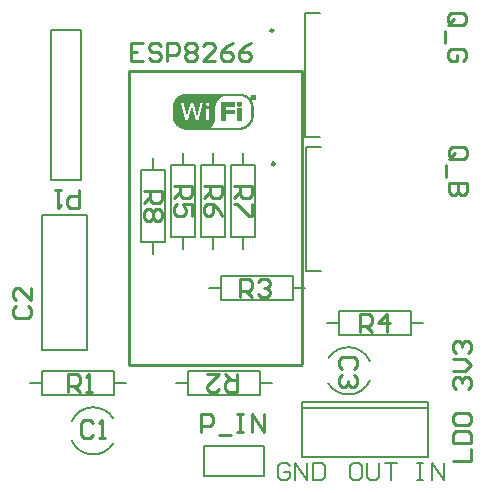
<source format=gto>
%FSLAX25Y25*%
%MOIN*%
G70*
G01*
G75*
G04 Layer_Color=65535*
%ADD10R,0.36221X0.42126*%
%ADD11R,0.10630X0.04331*%
%ADD12C,0.02000*%
%ADD13C,0.02500*%
%ADD14C,0.03937*%
%ADD15C,0.10000*%
%ADD16C,0.05000*%
%ADD17C,0.01000*%
%ADD18R,0.06299X0.06299*%
%ADD19C,0.06299*%
%ADD20C,0.04724*%
%ADD21C,0.05315*%
%ADD22R,0.05315X0.05315*%
%ADD23C,0.06000*%
%ADD24R,0.06000X0.06000*%
%ADD25C,0.05512*%
%ADD26R,0.05906X0.05906*%
%ADD27C,0.05906*%
%ADD28R,0.05906X0.05906*%
%ADD29C,0.05000*%
%ADD30C,0.00787*%
%ADD31C,0.00984*%
%ADD32C,0.00050*%
%ADD33C,0.00591*%
D17*
X42000Y39100D02*
Y137000D01*
X99500D01*
Y39400D02*
Y137000D01*
X99200Y39100D02*
X99500Y39400D01*
X42000Y39100D02*
X99200D01*
X150002Y7000D02*
X156000D01*
Y10999D01*
X150002Y12998D02*
X156000D01*
Y15997D01*
X155000Y16997D01*
X151002D01*
X150002Y15997D01*
Y12998D01*
Y21995D02*
Y19996D01*
X151002Y18996D01*
X155000D01*
X156000Y19996D01*
Y21995D01*
X155000Y22995D01*
X151002D01*
X150002Y21995D01*
X151002Y30992D02*
X150002Y31992D01*
Y33991D01*
X151002Y34991D01*
X152001D01*
X153001Y33991D01*
Y32992D01*
Y33991D01*
X154001Y34991D01*
X155000D01*
X156000Y33991D01*
Y31992D01*
X155000Y30992D01*
X150002Y36990D02*
X154001D01*
X156000Y38990D01*
X154001Y40989D01*
X150002D01*
X151002Y42988D02*
X150002Y43988D01*
Y45987D01*
X151002Y46987D01*
X152001D01*
X153001Y45987D01*
Y44988D01*
Y45987D01*
X154001Y46987D01*
X155000D01*
X156000Y45987D01*
Y43988D01*
X155000Y42988D01*
X4252Y58549D02*
X3252Y57549D01*
Y55550D01*
X4252Y54550D01*
X8250D01*
X9250Y55550D01*
Y57549D01*
X8250Y58549D01*
X9250Y64547D02*
Y60548D01*
X5251Y64547D01*
X4252D01*
X3252Y63547D01*
Y61548D01*
X4252Y60548D01*
X46449Y146448D02*
X42450D01*
Y140450D01*
X46449D01*
X42450Y143449D02*
X44449D01*
X52447Y145448D02*
X51447Y146448D01*
X49448D01*
X48448Y145448D01*
Y144449D01*
X49448Y143449D01*
X51447D01*
X52447Y142449D01*
Y141450D01*
X51447Y140450D01*
X49448D01*
X48448Y141450D01*
X54446Y140450D02*
Y146448D01*
X57445D01*
X58445Y145448D01*
Y143449D01*
X57445Y142449D01*
X54446D01*
X60444Y145448D02*
X61444Y146448D01*
X63443D01*
X64443Y145448D01*
Y144449D01*
X63443Y143449D01*
X64443Y142449D01*
Y141450D01*
X63443Y140450D01*
X61444D01*
X60444Y141450D01*
Y142449D01*
X61444Y143449D01*
X60444Y144449D01*
Y145448D01*
X61444Y143449D02*
X63443D01*
X70441Y140450D02*
X66442D01*
X70441Y144449D01*
Y145448D01*
X69441Y146448D01*
X67442D01*
X66442Y145448D01*
X76439Y146448D02*
X74440Y145448D01*
X72440Y143449D01*
Y141450D01*
X73440Y140450D01*
X75439D01*
X76439Y141450D01*
Y142449D01*
X75439Y143449D01*
X72440D01*
X82437Y146448D02*
X80438Y145448D01*
X78438Y143449D01*
Y141450D01*
X79438Y140450D01*
X81437D01*
X82437Y141450D01*
Y142449D01*
X81437Y143449D01*
X78438D01*
X29999Y19498D02*
X28999Y20498D01*
X27000D01*
X26000Y19498D01*
Y15500D01*
X27000Y14500D01*
X28999D01*
X29999Y15500D01*
X31998Y14500D02*
X33997D01*
X32998D01*
Y20498D01*
X31998Y19498D01*
X116998Y37501D02*
X117998Y38501D01*
Y40500D01*
X116998Y41500D01*
X113000D01*
X112000Y40500D01*
Y38501D01*
X113000Y37501D01*
X116998Y35502D02*
X117998Y34502D01*
Y32503D01*
X116998Y31503D01*
X115999D01*
X114999Y32503D01*
Y33503D01*
Y32503D01*
X113999Y31503D01*
X113000D01*
X112000Y32503D01*
Y34502D01*
X113000Y35502D01*
X25350Y97150D02*
Y91152D01*
X22351D01*
X21351Y92152D01*
Y94151D01*
X22351Y95151D01*
X25350D01*
X19352Y97150D02*
X17353D01*
X18352D01*
Y91152D01*
X19352Y92152D01*
X66000Y16500D02*
Y22498D01*
X68999D01*
X69999Y21498D01*
Y19499D01*
X68999Y18499D01*
X66000D01*
X71998Y15500D02*
X75997D01*
X77996Y22498D02*
X79996D01*
X78996D01*
Y16500D01*
X77996D01*
X79996D01*
X82995D02*
Y22498D01*
X86993Y16500D01*
Y22498D01*
X149650Y107651D02*
X153648D01*
X154648Y108651D01*
Y110650D01*
X153648Y111650D01*
X149650D01*
X148650Y110650D01*
Y108651D01*
X150649Y109651D02*
X148650Y107651D01*
Y108651D02*
X149650Y107651D01*
X147650Y105652D02*
Y101653D01*
X154648Y99654D02*
X148650D01*
Y96655D01*
X149650Y95655D01*
X150649D01*
X151649Y96655D01*
Y99654D01*
Y96655D01*
X152649Y95655D01*
X153648D01*
X154648Y96655D01*
Y99654D01*
X149150Y152151D02*
X153148D01*
X154148Y153151D01*
Y155150D01*
X153148Y156150D01*
X149150D01*
X148150Y155150D01*
Y153151D01*
X150149Y154151D02*
X148150Y152151D01*
Y153151D02*
X149150Y152151D01*
X147150Y150152D02*
Y146153D01*
X153148Y140155D02*
X154148Y141155D01*
Y143154D01*
X153148Y144154D01*
X149150D01*
X148150Y143154D01*
Y141155D01*
X149150Y140155D01*
X151149D01*
Y142155D01*
X21500Y30000D02*
Y35998D01*
X24499D01*
X25499Y34998D01*
Y32999D01*
X24499Y31999D01*
X21500D01*
X23499D02*
X25499Y30000D01*
X27498D02*
X29497D01*
X28498D01*
Y35998D01*
X27498Y34998D01*
X78000Y36000D02*
Y30002D01*
X75001D01*
X74001Y31002D01*
Y33001D01*
X75001Y34001D01*
X78000D01*
X76001D02*
X74001Y36000D01*
X68003D02*
X72002D01*
X68003Y32001D01*
Y31002D01*
X69003Y30002D01*
X71002D01*
X72002Y31002D01*
X79000Y61500D02*
Y67498D01*
X81999D01*
X82999Y66498D01*
Y64499D01*
X81999Y63499D01*
X79000D01*
X80999D02*
X82999Y61500D01*
X84998Y66498D02*
X85998Y67498D01*
X87997D01*
X88997Y66498D01*
Y65499D01*
X87997Y64499D01*
X86997D01*
X87997D01*
X88997Y63499D01*
Y62500D01*
X87997Y61500D01*
X85998D01*
X84998Y62500D01*
X119000Y50000D02*
Y55998D01*
X121999D01*
X122999Y54998D01*
Y52999D01*
X121999Y51999D01*
X119000D01*
X120999D02*
X122999Y50000D01*
X127997D02*
Y55998D01*
X124998Y52999D01*
X128997D01*
X57000Y98500D02*
X62998D01*
Y95501D01*
X61998Y94501D01*
X59999D01*
X58999Y95501D01*
Y98500D01*
Y96501D02*
X57000Y94501D01*
X62998Y88503D02*
Y92502D01*
X59999D01*
X60999Y90503D01*
Y89503D01*
X59999Y88503D01*
X58000D01*
X57000Y89503D01*
Y91502D01*
X58000Y92502D01*
X67000Y98500D02*
X72998D01*
Y95501D01*
X71998Y94501D01*
X69999D01*
X68999Y95501D01*
Y98500D01*
Y96501D02*
X67000Y94501D01*
X72998Y88503D02*
X71998Y90503D01*
X69999Y92502D01*
X68000D01*
X67000Y91502D01*
Y89503D01*
X68000Y88503D01*
X68999D01*
X69999Y89503D01*
Y92502D01*
X77000Y98500D02*
X82998D01*
Y95501D01*
X81998Y94501D01*
X79999D01*
X78999Y95501D01*
Y98500D01*
Y96501D02*
X77000Y94501D01*
X82998Y92502D02*
Y88503D01*
X81998D01*
X78000Y92502D01*
X77000D01*
X47000Y97000D02*
X52998D01*
Y94001D01*
X51998Y93001D01*
X49999D01*
X48999Y94001D01*
Y97000D01*
Y95001D02*
X47000Y93001D01*
X51998Y91002D02*
X52998Y90002D01*
Y88003D01*
X51998Y87003D01*
X50999D01*
X49999Y88003D01*
X48999Y87003D01*
X48000D01*
X47000Y88003D01*
Y90002D01*
X48000Y91002D01*
X48999D01*
X49999Y90002D01*
X50999Y91002D01*
X51998D01*
X49999Y90002D02*
Y88003D01*
D30*
X22839Y13726D02*
G03*
X36640Y12768I7161J3274D01*
G01*
Y21232D02*
G03*
X22839Y20274I-6640J-4232D01*
G01*
X108360Y32768D02*
G03*
X122161Y33726I6640J4232D01*
G01*
Y40274D02*
G03*
X108360Y41232I-7161J-3274D01*
G01*
X99437Y24752D02*
X141563D01*
X99437Y26720D02*
X141563D01*
X99437Y8217D02*
X141563D01*
X99437D02*
Y26720D01*
X141563Y8217D02*
Y26720D01*
X13000Y89000D02*
X28000D01*
Y44000D02*
Y89000D01*
X13000Y44000D02*
X28000D01*
X13000D02*
Y89000D01*
X100567Y114831D02*
X105488D01*
X100567D02*
Y156169D01*
X105488D01*
X101067Y70331D02*
X105988D01*
X101067D02*
Y111669D01*
X105988D01*
X60000Y77500D02*
Y81500D01*
Y105500D02*
Y109500D01*
X56000Y81500D02*
Y105500D01*
Y81500D02*
X64000D01*
Y105500D01*
X56000D02*
X64000D01*
X70000Y77500D02*
Y81500D01*
Y105500D02*
Y109500D01*
X66000Y81500D02*
Y105500D01*
Y81500D02*
X74000D01*
Y105500D01*
X66000D02*
X74000D01*
X80000Y77500D02*
Y81500D01*
Y105500D02*
Y109500D01*
X76000Y81500D02*
Y105500D01*
Y81500D02*
X84000D01*
Y105500D01*
X76000D02*
X84000D01*
X50000Y76000D02*
Y80000D01*
Y104000D02*
Y108000D01*
X46000Y80000D02*
Y104000D01*
Y80000D02*
X54000D01*
Y104000D01*
X46000D02*
X54000D01*
X37000Y33000D02*
X41000D01*
X9000D02*
X13000D01*
Y29000D02*
X37000D01*
Y37000D01*
X13000D02*
X37000D01*
X13000Y29000D02*
Y37000D01*
X57500Y33000D02*
X61500D01*
X85500D02*
X89500D01*
X61500Y37000D02*
X85500D01*
X61500Y29000D02*
Y37000D01*
Y29000D02*
X85500D01*
Y37000D01*
X68500Y64500D02*
X72500D01*
X96500D02*
X100500D01*
X72500Y68500D02*
X96500D01*
X72500Y60500D02*
Y68500D01*
Y60500D02*
X96500D01*
Y68500D01*
X108000Y53000D02*
X112000D01*
X136000D02*
X140000D01*
X112000Y57000D02*
X136000D01*
X112000Y49000D02*
Y57000D01*
Y49000D02*
X136000D01*
Y57000D01*
X16000Y100500D02*
X26000D01*
X16000D02*
Y150500D01*
X26000Y100500D02*
Y150500D01*
X16000D02*
X26000D01*
X67000Y12000D02*
X87000D01*
X67000Y2000D02*
Y12000D01*
Y2000D02*
X87000D01*
Y12000D01*
D31*
X89992Y150500D02*
G03*
X89992Y150500I-492J0D01*
G01*
X90492Y106000D02*
G03*
X90492Y106000I-492J0D01*
G01*
D32*
X60554Y117709D02*
X79054D01*
X60204Y117759D02*
X79454D01*
X59954Y117809D02*
X79654D01*
X59754Y117859D02*
X79854D01*
X59604Y117909D02*
X80004D01*
X59454Y117959D02*
X80154D01*
X59304Y118009D02*
X80304D01*
X59204Y118059D02*
X80404D01*
X59104Y118109D02*
X80504D01*
X79154Y118159D02*
X80604D01*
X59004D02*
X68504D01*
X79504Y118209D02*
X80704D01*
X58904D02*
X68554D01*
X79754Y118259D02*
X80804D01*
X58804D02*
X68654D01*
X79904Y118309D02*
X80904D01*
X58704D02*
X68704D01*
X80054Y118359D02*
X81004D01*
X58604D02*
X68754D01*
X80204Y118409D02*
X81054D01*
X58554D02*
X68804D01*
X80304Y118459D02*
X81154D01*
X58454D02*
X68854D01*
X80404Y118509D02*
X81204D01*
X58404D02*
X68904D01*
X80504Y118559D02*
X81254D01*
X58304D02*
X68954D01*
X80604Y118609D02*
X81354D01*
X58254D02*
X69004D01*
X80704Y118659D02*
X81404D01*
X58204D02*
X69054D01*
X80804Y118709D02*
X81454D01*
X58154D02*
X69104D01*
X80854Y118759D02*
X81504D01*
X58104D02*
X69154D01*
X80954Y118809D02*
X81604D01*
X58004D02*
X69204D01*
X81004Y118859D02*
X81654D01*
X57954D02*
X69254D01*
X81054Y118909D02*
X81704D01*
X57904D02*
X69254D01*
X81154Y118959D02*
X81754D01*
X57854D02*
X69304D01*
X81204Y119009D02*
X81804D01*
X57804D02*
X69354D01*
X81254Y119059D02*
X81854D01*
X57754D02*
X69404D01*
X81304Y119109D02*
X81904D01*
X57704D02*
X69454D01*
X81354Y119159D02*
X81954D01*
X57654D02*
X69454D01*
X81454Y119209D02*
X82004D01*
X57604D02*
X69504D01*
X81504Y119259D02*
X82004D01*
X57554D02*
X69554D01*
X81554Y119309D02*
X82054D01*
X57554D02*
X69554D01*
X81604Y119359D02*
X82104D01*
X57504D02*
X69604D01*
X81604Y119409D02*
X82154D01*
X57454D02*
X69654D01*
X81654Y119459D02*
X82204D01*
X57404D02*
X69654D01*
X81704Y119509D02*
X82204D01*
X57404D02*
X69704D01*
X81754Y119559D02*
X82254D01*
X57354D02*
X69754D01*
X81804Y119609D02*
X82304D01*
X57304D02*
X69754D01*
X81854Y119659D02*
X82354D01*
X57254D02*
X69804D01*
X81854Y119709D02*
X82354D01*
X57254D02*
X69804D01*
X81904Y119759D02*
X82404D01*
X57204D02*
X69854D01*
X81954Y119809D02*
X82454D01*
X57154D02*
X69854D01*
X82004Y119859D02*
X82454D01*
X57154D02*
X69904D01*
X82004Y119909D02*
X82504D01*
X57104D02*
X69904D01*
X82054Y119959D02*
X82504D01*
X57104D02*
X69954D01*
X82104Y120009D02*
X82554D01*
X57054D02*
X69954D01*
X82104Y120059D02*
X82554D01*
X57004D02*
X70004D01*
X82154Y120109D02*
X82604D01*
X57004D02*
X70004D01*
X82154Y120159D02*
X82604D01*
X56954D02*
X70004D01*
X82204Y120209D02*
X82654D01*
X56954D02*
X70054D01*
X82204Y120259D02*
X82654D01*
X56904D02*
X70054D01*
X82254Y120309D02*
X82704D01*
X56904D02*
X70104D01*
X82254Y120359D02*
X82704D01*
X56904D02*
X70104D01*
X82304Y120409D02*
X82754D01*
X56854D02*
X70104D01*
X82304Y120459D02*
X82754D01*
X56854D02*
X70154D01*
X82354Y120509D02*
X82804D01*
X79154D02*
X79204D01*
X78204D02*
X79004D01*
X78004D02*
X78104D01*
X72554D02*
X73804D01*
X68604D02*
X70154D01*
X65004D02*
X67354D01*
X64104D02*
X64204D01*
X64004D02*
X64054D01*
X61404D02*
X63904D01*
X60554D02*
X60604D01*
X56804D02*
X60454D01*
X82354Y120559D02*
X82804D01*
X77904D02*
X79204D01*
X72454D02*
X73804D01*
X68604D02*
X70154D01*
X65004D02*
X67304D01*
X61504D02*
X63904D01*
X56804D02*
X60404D01*
X82404Y120609D02*
X82804D01*
X77904D02*
X79204D01*
X72454D02*
X73804D01*
X68604D02*
X70204D01*
X65054D02*
X67304D01*
X61504D02*
X63904D01*
X56804D02*
X60404D01*
X82404Y120659D02*
X82854D01*
X77904D02*
X79204D01*
X72454D02*
X73804D01*
X68604D02*
X70204D01*
X65054D02*
X67304D01*
X61504D02*
X63854D01*
X56754D02*
X60404D01*
X82404Y120709D02*
X82854D01*
X77904D02*
X79204D01*
X72454D02*
X73804D01*
X68604D02*
X70204D01*
X65054D02*
X67354D01*
X61554D02*
X63854D01*
X56754D02*
X60354D01*
X82454Y120759D02*
X82854D01*
X77904D02*
X79204D01*
X72454D02*
X73804D01*
X68604D02*
X70204D01*
X65054D02*
X67354D01*
X61554D02*
X63854D01*
X56704D02*
X60354D01*
X82454Y120809D02*
X82904D01*
X77904D02*
X79204D01*
X72454D02*
X73804D01*
X68604D02*
X70254D01*
X65104D02*
X67304D01*
X61554D02*
X63804D01*
X56704D02*
X60354D01*
X82454Y120859D02*
X82904D01*
X77904D02*
X79204D01*
X72454D02*
X73804D01*
X68604D02*
X70254D01*
X65104D02*
X67304D01*
X61604D02*
X63804D01*
X56704D02*
X60354D01*
X82504Y120909D02*
X82904D01*
X77904D02*
X79204D01*
X72454D02*
X73804D01*
X68604D02*
X70254D01*
X65104D02*
X67304D01*
X61604D02*
X63804D01*
X56704D02*
X60304D01*
X82504Y120959D02*
X82954D01*
X77904D02*
X79204D01*
X72454D02*
X73804D01*
X68604D02*
X70254D01*
X65104D02*
X67304D01*
X61604D02*
X63804D01*
X56654D02*
X60304D01*
X82504Y121009D02*
X82954D01*
X77904D02*
X79204D01*
X72454D02*
X73804D01*
X68604D02*
X70304D01*
X65154D02*
X67304D01*
X61604D02*
X63754D01*
X56654D02*
X60304D01*
X82554Y121059D02*
X82954D01*
X77904D02*
X79204D01*
X72454D02*
X73804D01*
X68604D02*
X70304D01*
X65154D02*
X67304D01*
X61654D02*
X63754D01*
X56654D02*
X60254D01*
X82554Y121109D02*
X82954D01*
X77904D02*
X79204D01*
X72454D02*
X73804D01*
X68604D02*
X70304D01*
X65154D02*
X67304D01*
X61654D02*
X63754D01*
X56604D02*
X60254D01*
X82554Y121159D02*
X83004D01*
X77904D02*
X79204D01*
X72454D02*
X73804D01*
X68604D02*
X70304D01*
X65204D02*
X67304D01*
X61654D02*
X63704D01*
X56604D02*
X60254D01*
X82554Y121209D02*
X83004D01*
X77904D02*
X79204D01*
X72454D02*
X73804D01*
X68604D02*
X70304D01*
X65204D02*
X67304D01*
X61704D02*
X63704D01*
X56604D02*
X60254D01*
X82604Y121259D02*
X83004D01*
X77904D02*
X79204D01*
X72454D02*
X73804D01*
X68604D02*
X70354D01*
X65204D02*
X67304D01*
X61704D02*
X63704D01*
X56604D02*
X60204D01*
X82604Y121309D02*
X83004D01*
X77904D02*
X79204D01*
X72454D02*
X73804D01*
X68604D02*
X70354D01*
X65204D02*
X67304D01*
X61704D02*
X63704D01*
X56604D02*
X60204D01*
X82604Y121359D02*
X83004D01*
X77904D02*
X79204D01*
X72454D02*
X73804D01*
X68604D02*
X70354D01*
X65254D02*
X67304D01*
X61704D02*
X63654D01*
X56554D02*
X60204D01*
X82604Y121409D02*
X83054D01*
X77904D02*
X79204D01*
X72454D02*
X73804D01*
X68604D02*
X70354D01*
X65254D02*
X67304D01*
X61754D02*
X63654D01*
X56554D02*
X60204D01*
X82604Y121459D02*
X83054D01*
X77904D02*
X79204D01*
X72454D02*
X73804D01*
X68604D02*
X70354D01*
X65254D02*
X67304D01*
X61754D02*
X63654D01*
X56554D02*
X60154D01*
X82654Y121509D02*
X83054D01*
X77904D02*
X79204D01*
X72454D02*
X73804D01*
X68604D02*
X70354D01*
X65254D02*
X67304D01*
X61754D02*
X63604D01*
X56554D02*
X60154D01*
X82654Y121559D02*
X83054D01*
X77904D02*
X79204D01*
X72454D02*
X73804D01*
X68604D02*
X70354D01*
X65304D02*
X67304D01*
X61804D02*
X63604D01*
X56554D02*
X60154D01*
X82654Y121609D02*
X83054D01*
X77904D02*
X79204D01*
X72454D02*
X73804D01*
X68604D02*
X70354D01*
X65304D02*
X67304D01*
X61804D02*
X63604D01*
X56554D02*
X60154D01*
X82654Y121659D02*
X83054D01*
X77904D02*
X79204D01*
X72454D02*
X73804D01*
X68604D02*
X70404D01*
X65304D02*
X67304D01*
X61804D02*
X63554D01*
X56554D02*
X60104D01*
X82654Y121709D02*
X83104D01*
X77904D02*
X79204D01*
X72454D02*
X73804D01*
X68604D02*
X70404D01*
X65304D02*
X67304D01*
X61804D02*
X63554D01*
X56504D02*
X60104D01*
X82654Y121759D02*
X83104D01*
X77904D02*
X79204D01*
X72454D02*
X73804D01*
X68604D02*
X70404D01*
X65354D02*
X67304D01*
X61854D02*
X63554D01*
X56504D02*
X60104D01*
X82654Y121809D02*
X83104D01*
X77904D02*
X79204D01*
X72454D02*
X73804D01*
X68604D02*
X70404D01*
X65354D02*
X67304D01*
X61854D02*
X63554D01*
X56504D02*
X60054D01*
X82654Y121859D02*
X83104D01*
X77904D02*
X79204D01*
X72454D02*
X73804D01*
X68604D02*
X70404D01*
X65354D02*
X67304D01*
X61854D02*
X63504D01*
X56504D02*
X60054D01*
X82654Y121909D02*
X83104D01*
X77904D02*
X79204D01*
X72454D02*
X73804D01*
X68604D02*
X70404D01*
X65354D02*
X67304D01*
X61904D02*
X63504D01*
X56504D02*
X60054D01*
X82654Y121959D02*
X83104D01*
X77904D02*
X79204D01*
X72454D02*
X73804D01*
X68604D02*
X70404D01*
X65404D02*
X67304D01*
X61904D02*
X63504D01*
X56504D02*
X60054D01*
X82654Y122009D02*
X83104D01*
X77904D02*
X79204D01*
X72454D02*
X73804D01*
X68604D02*
X70404D01*
X65404D02*
X67304D01*
X61904D02*
X63454D01*
X56504D02*
X60004D01*
X82654Y122059D02*
X83104D01*
X77904D02*
X79204D01*
X72454D02*
X73804D01*
X68604D02*
X70404D01*
X65404D02*
X67304D01*
X61904D02*
X63454D01*
X56504D02*
X60004D01*
X82654Y122109D02*
X83104D01*
X77904D02*
X79204D01*
X72454D02*
X73804D01*
X68604D02*
X70404D01*
X65454D02*
X67304D01*
X61954D02*
X63454D01*
X56504D02*
X60004D01*
X82654Y122159D02*
X83104D01*
X77904D02*
X79204D01*
X72454D02*
X73804D01*
X68604D02*
X70404D01*
X65454D02*
X67304D01*
X61954D02*
X63454D01*
X56504D02*
X60004D01*
X82654Y122209D02*
X83104D01*
X77904D02*
X79204D01*
X72454D02*
X73804D01*
X68604D02*
X70404D01*
X65454D02*
X67304D01*
X61954D02*
X63404D01*
X56504D02*
X59954D01*
X82654Y122259D02*
X83104D01*
X77904D02*
X79204D01*
X72454D02*
X73804D01*
X68604D02*
X70404D01*
X65454D02*
X67304D01*
X62004D02*
X63404D01*
X56504D02*
X59954D01*
X82654Y122309D02*
X83104D01*
X77904D02*
X79204D01*
X72454D02*
X73804D01*
X68604D02*
X70404D01*
X65504D02*
X67304D01*
X62004D02*
X63404D01*
X56504D02*
X59954D01*
X82654Y122359D02*
X83104D01*
X77904D02*
X79204D01*
X72454D02*
X73804D01*
X68604D02*
X70404D01*
X65504D02*
X67304D01*
X62004D02*
X63404D01*
X56504D02*
X59954D01*
X82654Y122409D02*
X83104D01*
X77904D02*
X79204D01*
X72454D02*
X73804D01*
X68604D02*
X70404D01*
X65504D02*
X67304D01*
X62004D02*
X63354D01*
X56504D02*
X59904D01*
X82654Y122459D02*
X83104D01*
X77904D02*
X79204D01*
X72454D02*
X73804D01*
X68604D02*
X70404D01*
X65504D02*
X67304D01*
X62054D02*
X63354D01*
X56504D02*
X59904D01*
X82654Y122509D02*
X83104D01*
X77904D02*
X79204D01*
X72454D02*
X73804D01*
X68604D02*
X70404D01*
X65554D02*
X67304D01*
X62054D02*
X63354D01*
X56504D02*
X59904D01*
X82654Y122559D02*
X83104D01*
X77904D02*
X79204D01*
X72454D02*
X73804D01*
X68604D02*
X70404D01*
X65554D02*
X67304D01*
X62054D02*
X63304D01*
X56504D02*
X59854D01*
X82654Y122609D02*
X83104D01*
X77904D02*
X79204D01*
X72454D02*
X73804D01*
X68604D02*
X70404D01*
X65554D02*
X67304D01*
X62104D02*
X63304D01*
X56504D02*
X59854D01*
X82654Y122659D02*
X83104D01*
X77904D02*
X79204D01*
X72454D02*
X73804D01*
X68604D02*
X70404D01*
X65554D02*
X67304D01*
X64404D02*
X64454D01*
X62104D02*
X63304D01*
X56504D02*
X59854D01*
X82654Y122709D02*
X83104D01*
X77904D02*
X79204D01*
X72454D02*
X73804D01*
X68604D02*
X70404D01*
X65604D02*
X67304D01*
X64404D02*
X64454D01*
X62104D02*
X63254D01*
X56504D02*
X59854D01*
X82654Y122759D02*
X83104D01*
X77904D02*
X79204D01*
X72454D02*
X73804D01*
X68604D02*
X70404D01*
X65604D02*
X67304D01*
X64404D02*
X64504D01*
X62154D02*
X63254D01*
X56504D02*
X59804D01*
X82654Y122809D02*
X83104D01*
X77904D02*
X79204D01*
X72454D02*
X73804D01*
X68604D02*
X70404D01*
X65604D02*
X67304D01*
X64404D02*
X64504D01*
X62154D02*
X63254D01*
X61004D02*
X61054D01*
X56504D02*
X59804D01*
X82654Y122859D02*
X83104D01*
X77904D02*
X79204D01*
X72454D02*
X73804D01*
X68604D02*
X70404D01*
X65604D02*
X67304D01*
X64354D02*
X64504D01*
X62154D02*
X63254D01*
X60954D02*
X61054D01*
X56504D02*
X59804D01*
X82654Y122909D02*
X83104D01*
X77904D02*
X79204D01*
X72454D02*
X76804D01*
X68604D02*
X70404D01*
X65654D02*
X67304D01*
X64354D02*
X64504D01*
X62154D02*
X63204D01*
X60954D02*
X61054D01*
X56504D02*
X59804D01*
X82654Y122959D02*
X83104D01*
X77904D02*
X79204D01*
X72454D02*
X76804D01*
X68604D02*
X70404D01*
X65654D02*
X67304D01*
X64354D02*
X64554D01*
X62204D02*
X63204D01*
X60954D02*
X61104D01*
X56504D02*
X59754D01*
X82654Y123009D02*
X83104D01*
X77904D02*
X79204D01*
X72454D02*
X76804D01*
X68604D02*
X70404D01*
X65654D02*
X67304D01*
X64304D02*
X64554D01*
X62204D02*
X63204D01*
X60954D02*
X61104D01*
X56504D02*
X59754D01*
X82654Y123059D02*
X83104D01*
X77904D02*
X79204D01*
X72454D02*
X76804D01*
X68604D02*
X70404D01*
X65704D02*
X67304D01*
X64304D02*
X64554D01*
X62204D02*
X63154D01*
X60904D02*
X61104D01*
X56504D02*
X59754D01*
X82654Y123109D02*
X83104D01*
X77904D02*
X79204D01*
X72454D02*
X76804D01*
X68604D02*
X70404D01*
X65704D02*
X67304D01*
X64304D02*
X64554D01*
X62254D02*
X63154D01*
X60904D02*
X61104D01*
X56504D02*
X59704D01*
X82654Y123159D02*
X83104D01*
X77904D02*
X79204D01*
X72454D02*
X76804D01*
X68604D02*
X70404D01*
X65704D02*
X67304D01*
X64304D02*
X64554D01*
X62254D02*
X63154D01*
X60904D02*
X61154D01*
X56504D02*
X59704D01*
X82654Y123209D02*
X83104D01*
X77904D02*
X79204D01*
X72454D02*
X76804D01*
X68604D02*
X70404D01*
X65704D02*
X67304D01*
X64254D02*
X64604D01*
X62254D02*
X63154D01*
X60904D02*
X61154D01*
X56504D02*
X59704D01*
X82654Y123259D02*
X83104D01*
X77904D02*
X79204D01*
X72454D02*
X76804D01*
X68604D02*
X70404D01*
X65754D02*
X67304D01*
X64254D02*
X64604D01*
X62254D02*
X63104D01*
X60904D02*
X61154D01*
X56504D02*
X59704D01*
X82654Y123309D02*
X83104D01*
X77904D02*
X79204D01*
X72454D02*
X76804D01*
X68604D02*
X70404D01*
X65754D02*
X67304D01*
X64254D02*
X64604D01*
X62304D02*
X63104D01*
X60854D02*
X61204D01*
X56504D02*
X59654D01*
X82654Y123359D02*
X83104D01*
X77904D02*
X79204D01*
X72454D02*
X76804D01*
X68604D02*
X70404D01*
X65754D02*
X67304D01*
X64254D02*
X64604D01*
X62304D02*
X63104D01*
X60854D02*
X61204D01*
X56504D02*
X59654D01*
X82654Y123409D02*
X83104D01*
X77904D02*
X79204D01*
X72454D02*
X76804D01*
X68604D02*
X70404D01*
X65754D02*
X67304D01*
X64204D02*
X64654D01*
X62304D02*
X63054D01*
X60854D02*
X61204D01*
X56504D02*
X59654D01*
X82654Y123459D02*
X83104D01*
X77904D02*
X79204D01*
X72454D02*
X76804D01*
X68604D02*
X70404D01*
X65804D02*
X67304D01*
X64204D02*
X64654D01*
X62354D02*
X63054D01*
X60854D02*
X61254D01*
X56504D02*
X59654D01*
X82654Y123509D02*
X83104D01*
X77904D02*
X79204D01*
X72454D02*
X76804D01*
X68604D02*
X70404D01*
X65804D02*
X67304D01*
X64204D02*
X64654D01*
X62354D02*
X63054D01*
X60804D02*
X61254D01*
X56504D02*
X59604D01*
X82654Y123559D02*
X83104D01*
X77904D02*
X79204D01*
X72454D02*
X76804D01*
X68604D02*
X70404D01*
X65804D02*
X67304D01*
X64154D02*
X64654D01*
X62354D02*
X63054D01*
X60804D02*
X61254D01*
X56504D02*
X59604D01*
X82654Y123609D02*
X83104D01*
X77904D02*
X79204D01*
X72454D02*
X76804D01*
X68604D02*
X70404D01*
X65804D02*
X67304D01*
X64154D02*
X64704D01*
X62354D02*
X63004D01*
X60804D02*
X61254D01*
X56504D02*
X59604D01*
X82654Y123659D02*
X83104D01*
X77904D02*
X79204D01*
X72454D02*
X76804D01*
X68604D02*
X70404D01*
X65854D02*
X67304D01*
X64154D02*
X64704D01*
X62404D02*
X63004D01*
X60804D02*
X61304D01*
X56504D02*
X59604D01*
X82654Y123709D02*
X83104D01*
X77904D02*
X79204D01*
X72454D02*
X76804D01*
X68604D02*
X70404D01*
X65854D02*
X67304D01*
X64104D02*
X64704D01*
X62404D02*
X63004D01*
X60804D02*
X61304D01*
X56504D02*
X59554D01*
X82654Y123759D02*
X83104D01*
X77904D02*
X79204D01*
X72454D02*
X76804D01*
X68604D02*
X70404D01*
X65854D02*
X67304D01*
X64104D02*
X64704D01*
X62404D02*
X62954D01*
X60754D02*
X61304D01*
X56504D02*
X59554D01*
X82654Y123809D02*
X83104D01*
X77904D02*
X79204D01*
X72454D02*
X76804D01*
X68604D02*
X70404D01*
X65854D02*
X67304D01*
X64104D02*
X64704D01*
X62454D02*
X62954D01*
X60754D02*
X61354D01*
X56504D02*
X59554D01*
X82654Y123859D02*
X83104D01*
X77904D02*
X79204D01*
X72454D02*
X76804D01*
X68604D02*
X70404D01*
X65904D02*
X67304D01*
X64104D02*
X64754D01*
X62454D02*
X62954D01*
X60754D02*
X61354D01*
X56504D02*
X59504D01*
X82654Y123909D02*
X83104D01*
X77904D02*
X79204D01*
X72454D02*
X76804D01*
X68604D02*
X70404D01*
X65904D02*
X67304D01*
X64054D02*
X64754D01*
X62454D02*
X62954D01*
X60754D02*
X61354D01*
X56504D02*
X59504D01*
X82654Y123959D02*
X83104D01*
X77904D02*
X79204D01*
X72454D02*
X76804D01*
X68604D02*
X70404D01*
X65904D02*
X67304D01*
X64054D02*
X64754D01*
X62454D02*
X62904D01*
X60704D02*
X61354D01*
X56504D02*
X59504D01*
X82654Y124009D02*
X83104D01*
X77904D02*
X79204D01*
X72454D02*
X76804D01*
X68604D02*
X70404D01*
X65954D02*
X67304D01*
X64054D02*
X64754D01*
X62504D02*
X62904D01*
X60704D02*
X61404D01*
X56504D02*
X59504D01*
X82654Y124059D02*
X83104D01*
X77904D02*
X79204D01*
X72454D02*
X76804D01*
X68604D02*
X70404D01*
X65954D02*
X67304D01*
X64004D02*
X64804D01*
X62504D02*
X62904D01*
X60704D02*
X61404D01*
X56504D02*
X59454D01*
X82654Y124109D02*
X83104D01*
X77904D02*
X79204D01*
X72454D02*
X76804D01*
X68604D02*
X70404D01*
X65954D02*
X67304D01*
X64004D02*
X64804D01*
X62504D02*
X62854D01*
X60704D02*
X61404D01*
X56504D02*
X59454D01*
X82654Y124159D02*
X83104D01*
X77904D02*
X79204D01*
X72454D02*
X73804D01*
X68604D02*
X70404D01*
X65954D02*
X67304D01*
X64004D02*
X64804D01*
X62554D02*
X62854D01*
X60704D02*
X61454D01*
X56504D02*
X59454D01*
X82654Y124209D02*
X83104D01*
X77904D02*
X79204D01*
X72454D02*
X73804D01*
X68604D02*
X70404D01*
X66004D02*
X67304D01*
X64004D02*
X64804D01*
X62554D02*
X62854D01*
X60654D02*
X61454D01*
X56504D02*
X59454D01*
X82654Y124259D02*
X83104D01*
X77904D02*
X79204D01*
X72454D02*
X73804D01*
X68604D02*
X70404D01*
X66004D02*
X67304D01*
X63954D02*
X64854D01*
X62554D02*
X62854D01*
X60654D02*
X61454D01*
X56504D02*
X59404D01*
X82654Y124309D02*
X83104D01*
X77904D02*
X79204D01*
X72454D02*
X73804D01*
X68604D02*
X70404D01*
X66004D02*
X67304D01*
X63954D02*
X64854D01*
X62554D02*
X62804D01*
X60654D02*
X61504D01*
X56504D02*
X59404D01*
X82654Y124359D02*
X83104D01*
X77904D02*
X79204D01*
X72454D02*
X73804D01*
X68604D02*
X70404D01*
X66004D02*
X67304D01*
X63954D02*
X64854D01*
X62604D02*
X62804D01*
X60654D02*
X61504D01*
X56504D02*
X59404D01*
X82654Y124409D02*
X83104D01*
X77904D02*
X79204D01*
X72454D02*
X73804D01*
X68604D02*
X70404D01*
X66054D02*
X67354D01*
X63904D02*
X64854D01*
X62604D02*
X62804D01*
X60604D02*
X61504D01*
X56504D02*
X59354D01*
X82654Y124459D02*
X83104D01*
X77904D02*
X79204D01*
X72454D02*
X73804D01*
X68604D02*
X70404D01*
X66054D02*
X67304D01*
X63904D02*
X64854D01*
X62604D02*
X62754D01*
X60604D02*
X61504D01*
X56504D02*
X59354D01*
X82654Y124509D02*
X83104D01*
X77904D02*
X79204D01*
X72454D02*
X73804D01*
X68604D02*
X70404D01*
X66054D02*
X67304D01*
X63904D02*
X64904D01*
X62654D02*
X62754D01*
X60604D02*
X61554D01*
X56504D02*
X59354D01*
X82654Y124559D02*
X83104D01*
X77904D02*
X79204D01*
X72454D02*
X73804D01*
X68604D02*
X70404D01*
X66054D02*
X67304D01*
X63904D02*
X64904D01*
X62654D02*
X62754D01*
X60604D02*
X61554D01*
X56504D02*
X59354D01*
X82654Y124609D02*
X83104D01*
X77904D02*
X79204D01*
X72454D02*
X73804D01*
X68604D02*
X70404D01*
X66104D02*
X67304D01*
X63854D02*
X64904D01*
X62654D02*
X62754D01*
X60604D02*
X61554D01*
X56504D02*
X59304D01*
X82654Y124659D02*
X83104D01*
X77904D02*
X79204D01*
X72454D02*
X73804D01*
X68604D02*
X70404D01*
X66104D02*
X67304D01*
X63854D02*
X64904D01*
X62654D02*
X62704D01*
X60554D02*
X61604D01*
X56504D02*
X59304D01*
X82654Y124709D02*
X83104D01*
X72454D02*
X73804D01*
X66104D02*
X70404D01*
X63854D02*
X64954D01*
X60554D02*
X61604D01*
X56504D02*
X59304D01*
X82654Y124759D02*
X83104D01*
X72454D02*
X73804D01*
X66154D02*
X70404D01*
X63854D02*
X64954D01*
X60554D02*
X61604D01*
X56504D02*
X59304D01*
X82654Y124809D02*
X83104D01*
X72454D02*
X73804D01*
X66154D02*
X70404D01*
X63804D02*
X64954D01*
X60554D02*
X61654D01*
X56504D02*
X59254D01*
X82654Y124859D02*
X83104D01*
X72454D02*
X73804D01*
X66154D02*
X70404D01*
X63804D02*
X64954D01*
X60504D02*
X61654D01*
X56504D02*
X59254D01*
X82654Y124909D02*
X83104D01*
X72454D02*
X73804D01*
X66154D02*
X70404D01*
X63804D02*
X65004D01*
X60504D02*
X61654D01*
X56504D02*
X59254D01*
X82654Y124959D02*
X83104D01*
X72454D02*
X73804D01*
X66204D02*
X70404D01*
X63754D02*
X65004D01*
X60504D02*
X61654D01*
X56504D02*
X59254D01*
X82654Y125009D02*
X83104D01*
X72454D02*
X73804D01*
X66204D02*
X70404D01*
X63754D02*
X65004D01*
X60504D02*
X61704D01*
X56504D02*
X59204D01*
X82654Y125059D02*
X83104D01*
X72454D02*
X73804D01*
X66204D02*
X70404D01*
X63754D02*
X65004D01*
X60454D02*
X61704D01*
X56504D02*
X59204D01*
X82654Y125109D02*
X83104D01*
X72454D02*
X73804D01*
X66204D02*
X70404D01*
X63754D02*
X65054D01*
X60454D02*
X61704D01*
X56504D02*
X59204D01*
X82654Y125159D02*
X83104D01*
X72454D02*
X73804D01*
X66254D02*
X70404D01*
X63704D02*
X65054D01*
X60454D02*
X61754D01*
X56504D02*
X59154D01*
X82654Y125209D02*
X83104D01*
X72454D02*
X73804D01*
X66254D02*
X70404D01*
X63704D02*
X65054D01*
X60454D02*
X61754D01*
X56504D02*
X59154D01*
X82654Y125259D02*
X83104D01*
X78504D02*
X78554D01*
X72454D02*
X73804D01*
X67954D02*
X70404D01*
X66254D02*
X67904D01*
X63704D02*
X65054D01*
X60454D02*
X61754D01*
X56504D02*
X59154D01*
X82654Y125309D02*
X83104D01*
X78304D02*
X78854D01*
X72454D02*
X73804D01*
X68254D02*
X70404D01*
X66254D02*
X67704D01*
X63654D02*
X65054D01*
X60404D02*
X61754D01*
X56504D02*
X59154D01*
X82654Y125359D02*
X83104D01*
X78154D02*
X78954D01*
X72454D02*
X73804D01*
X68354D02*
X70404D01*
X66304D02*
X67604D01*
X63654D02*
X65104D01*
X60404D02*
X61804D01*
X56504D02*
X59104D01*
X82654Y125409D02*
X83054D01*
X78104D02*
X79004D01*
X72454D02*
X77004D01*
X68454D02*
X70404D01*
X66304D02*
X67504D01*
X63654D02*
X65104D01*
X60404D02*
X61804D01*
X56554D02*
X59104D01*
X82654Y125459D02*
X83054D01*
X78054D02*
X79104D01*
X72454D02*
X77054D01*
X68504D02*
X70404D01*
X66304D02*
X67454D01*
X63654D02*
X65104D01*
X60404D02*
X61804D01*
X56554D02*
X59104D01*
X82654Y125509D02*
X83054D01*
X78004D02*
X79154D01*
X72454D02*
X77004D01*
X68554D02*
X70454D01*
X66304D02*
X67404D01*
X63604D02*
X65104D01*
X60354D02*
X61854D01*
X56554D02*
X59104D01*
X82654Y125559D02*
X83054D01*
X77954D02*
X79154D01*
X72454D02*
X77004D01*
X68554D02*
X70454D01*
X66354D02*
X67354D01*
X63604D02*
X65104D01*
X60354D02*
X61854D01*
X56554D02*
X59054D01*
X82604Y125609D02*
X83054D01*
X77904D02*
X79204D01*
X72454D02*
X77004D01*
X68604D02*
X70454D01*
X66354D02*
X67304D01*
X63604D02*
X65154D01*
X60354D02*
X61854D01*
X56554D02*
X59054D01*
X82604Y125659D02*
X83054D01*
X77904D02*
X79254D01*
X72454D02*
X77004D01*
X68654D02*
X70454D01*
X66354D02*
X67304D01*
X63554D02*
X65154D01*
X60354D02*
X61904D01*
X56554D02*
X59054D01*
X82604Y125709D02*
X83054D01*
X77854D02*
X79254D01*
X72454D02*
X77004D01*
X68654D02*
X70454D01*
X66404D02*
X67254D01*
X63554D02*
X65154D01*
X60354D02*
X61904D01*
X56554D02*
X59054D01*
X82604Y125759D02*
X83004D01*
X77854D02*
X79254D01*
X72454D02*
X77004D01*
X68704D02*
X70454D01*
X66404D02*
X67254D01*
X63554D02*
X65154D01*
X60304D02*
X61904D01*
X56604D02*
X59004D01*
X82604Y125809D02*
X83004D01*
X77854D02*
X79304D01*
X72454D02*
X77004D01*
X68704D02*
X70454D01*
X66404D02*
X67254D01*
X63554D02*
X65204D01*
X60304D02*
X61904D01*
X56604D02*
X59004D01*
X82554Y125859D02*
X83004D01*
X77804D02*
X79304D01*
X72454D02*
X77004D01*
X68704D02*
X70504D01*
X66404D02*
X67254D01*
X63504D02*
X65204D01*
X60304D02*
X61954D01*
X56604D02*
X59004D01*
X82554Y125909D02*
X83004D01*
X77804D02*
X79304D01*
X72454D02*
X77004D01*
X68704D02*
X70504D01*
X66454D02*
X67204D01*
X63504D02*
X65204D01*
X60304D02*
X61954D01*
X56604D02*
X58954D01*
X82554Y125959D02*
X83004D01*
X77804D02*
X79304D01*
X72454D02*
X77004D01*
X68704D02*
X70504D01*
X66454D02*
X67204D01*
X63504D02*
X65204D01*
X60254D02*
X61954D01*
X56604D02*
X58954D01*
X82554Y126009D02*
X82954D01*
X77804D02*
X79304D01*
X72454D02*
X77004D01*
X68754D02*
X70504D01*
X66454D02*
X67204D01*
X63454D02*
X65254D01*
X60254D02*
X62004D01*
X56654D02*
X58954D01*
X82504Y126059D02*
X82954D01*
X77804D02*
X79304D01*
X72454D02*
X77004D01*
X68704D02*
X70554D01*
X66454D02*
X67204D01*
X63454D02*
X65254D01*
X60254D02*
X62004D01*
X56654D02*
X58954D01*
X82504Y126109D02*
X82954D01*
X77804D02*
X79304D01*
X72454D02*
X77004D01*
X68704D02*
X70554D01*
X66504D02*
X67204D01*
X63454D02*
X65254D01*
X60254D02*
X62004D01*
X56654D02*
X58904D01*
X82504Y126159D02*
X82904D01*
X77804D02*
X79304D01*
X72454D02*
X77004D01*
X68704D02*
X70554D01*
X66504D02*
X67204D01*
X63454D02*
X65254D01*
X60254D02*
X62004D01*
X56654D02*
X58904D01*
X82504Y126209D02*
X82904D01*
X77854D02*
X79304D01*
X72454D02*
X77004D01*
X68704D02*
X70554D01*
X66504D02*
X67254D01*
X63404D02*
X65304D01*
X60204D02*
X62054D01*
X56704D02*
X58904D01*
X82454Y126259D02*
X82904D01*
X77854D02*
X79304D01*
X72454D02*
X77004D01*
X68704D02*
X70604D01*
X66504D02*
X67254D01*
X63404D02*
X65304D01*
X60204D02*
X62054D01*
X56704D02*
X58904D01*
X82454Y126309D02*
X82904D01*
X77854D02*
X79254D01*
X72454D02*
X77004D01*
X68654D02*
X70604D01*
X66554D02*
X67254D01*
X63404D02*
X65304D01*
X60204D02*
X62054D01*
X56704D02*
X58854D01*
X82404Y126359D02*
X82854D01*
X77904D02*
X79254D01*
X72454D02*
X77004D01*
X68654D02*
X70604D01*
X66554D02*
X67304D01*
X63354D02*
X65304D01*
X60204D02*
X62104D01*
X56754D02*
X58854D01*
X82404Y126409D02*
X82854D01*
X77904D02*
X79204D01*
X72454D02*
X77004D01*
X68604D02*
X70654D01*
X66554D02*
X67304D01*
X63354D02*
X65304D01*
X60154D02*
X62104D01*
X56754D02*
X58854D01*
X82404Y126459D02*
X82804D01*
X77954D02*
X79154D01*
X72454D02*
X77004D01*
X68604D02*
X70654D01*
X66554D02*
X67354D01*
X63354D02*
X65354D01*
X60154D02*
X62104D01*
X56754D02*
X58854D01*
X82354Y126509D02*
X82804D01*
X78004D02*
X79154D01*
X72454D02*
X77054D01*
X68554D02*
X70704D01*
X66604D02*
X67404D01*
X63354D02*
X65354D01*
X60154D02*
X62154D01*
X56804D02*
X58804D01*
X82354Y126559D02*
X82804D01*
X78054D02*
X79104D01*
X72454D02*
X77004D01*
X68504D02*
X70704D01*
X66604D02*
X67454D01*
X63304D02*
X65354D01*
X60154D02*
X62154D01*
X56804D02*
X58804D01*
X82304Y126609D02*
X82754D01*
X78104D02*
X79054D01*
X68454D02*
X70704D01*
X66604D02*
X67504D01*
X66504D02*
X66554D01*
X63304D02*
X65404D01*
X63154D02*
X63254D01*
X63054D02*
X63104D01*
X60004D02*
X62154D01*
X59854D02*
X59954D01*
X58904D02*
X58954D01*
X56854D02*
X58854D01*
X82304Y126659D02*
X82754D01*
X78154D02*
X78954D01*
X68354D02*
X70754D01*
X56854D02*
X67554D01*
X82304Y126709D02*
X82704D01*
X78254D02*
X78854D01*
X68254D02*
X70754D01*
X56854D02*
X67654D01*
X82254Y126759D02*
X82704D01*
X78454D02*
X78654D01*
X68104D02*
X70804D01*
X56904D02*
X67854D01*
X82254Y126809D02*
X82704D01*
X56904D02*
X70804D01*
X82204Y126859D02*
X82654D01*
X56954D02*
X70854D01*
X82154Y126909D02*
X82654D01*
X56954D02*
X70854D01*
X82154Y126959D02*
X82604D01*
X57004D02*
X70904D01*
X82104Y127009D02*
X82604D01*
X57004D02*
X70904D01*
X82104Y127059D02*
X82554D01*
X57054D02*
X70954D01*
X82054Y127109D02*
X82504D01*
X57054D02*
X70954D01*
X82004Y127159D02*
X82504D01*
X57104D02*
X71004D01*
X82004Y127209D02*
X82454D01*
X57154D02*
X71054D01*
X81954Y127259D02*
X82454D01*
X57154D02*
X71054D01*
X81904Y127309D02*
X82404D01*
X57204D02*
X71104D01*
X81904Y127359D02*
X82354D01*
X57204D02*
X71154D01*
X81854Y127409D02*
X82354D01*
X57254D02*
X71154D01*
X81804Y127459D02*
X82304D01*
X57304D02*
X71204D01*
X82954Y127509D02*
X83454D01*
X81754D02*
X82254D01*
X57354D02*
X71254D01*
X82804Y127559D02*
X83604D01*
X81704D02*
X82254D01*
X57354D02*
X71304D01*
X82754Y127609D02*
X83654D01*
X81704D02*
X82204D01*
X57404D02*
X71354D01*
X83404Y127659D02*
X83704D01*
X82654D02*
X83004D01*
X81654D02*
X82154D01*
X57454D02*
X71404D01*
X83504Y127709D02*
X83754D01*
X82604D02*
X82904D01*
X81604D02*
X82104D01*
X57504D02*
X71404D01*
X83554Y127759D02*
X83804D01*
X82554D02*
X82804D01*
X81554D02*
X82054D01*
X57504D02*
X71454D01*
X83654Y127809D02*
X83854D01*
X82554D02*
X82754D01*
X81504D02*
X82054D01*
X57554D02*
X71504D01*
X83704Y127859D02*
X83904D01*
X83354D02*
X83554D01*
X82854D02*
X83004D01*
X82504D02*
X82704D01*
X81454D02*
X82004D01*
X57604D02*
X71554D01*
X83704Y127909D02*
X83904D01*
X83304D02*
X83554D01*
X82854D02*
X83004D01*
X82504D02*
X82654D01*
X81404D02*
X81954D01*
X57654D02*
X71604D01*
X83754Y127959D02*
X83954D01*
X83304D02*
X83504D01*
X82854D02*
X83004D01*
X82454D02*
X82654D01*
X81354D02*
X81904D01*
X57704D02*
X71654D01*
X83754Y128009D02*
X83954D01*
X83254D02*
X83454D01*
X82854D02*
X83004D01*
X82454D02*
X82604D01*
X81304D02*
X81854D01*
X57754D02*
X71704D01*
X83804Y128059D02*
X83954D01*
X83204D02*
X83454D01*
X82854D02*
X83004D01*
X82404D02*
X82604D01*
X81204D02*
X81804D01*
X57804D02*
X71804D01*
X83804Y128109D02*
X83954D01*
X83204D02*
X83404D01*
X82854D02*
X83004D01*
X82404D02*
X82604D01*
X81154D02*
X81754D01*
X57854D02*
X71854D01*
X83804Y128159D02*
X84004D01*
X83104D02*
X83354D01*
X82854D02*
X83004D01*
X82404D02*
X82604D01*
X81104D02*
X81704D01*
X57904D02*
X71904D01*
X83804Y128209D02*
X84004D01*
X82854D02*
X83354D01*
X82404D02*
X82554D01*
X81004D02*
X81654D01*
X57954D02*
X71954D01*
X83804Y128259D02*
X84004D01*
X82854D02*
X83454D01*
X82404D02*
X82604D01*
X80954D02*
X81604D01*
X58004D02*
X72054D01*
X83804Y128309D02*
X84004D01*
X82854D02*
X83504D01*
X82404D02*
X82604D01*
X80854D02*
X81554D01*
X58054D02*
X72104D01*
X83804Y128359D02*
X83954D01*
X83304D02*
X83504D01*
X82854D02*
X83004D01*
X82404D02*
X82604D01*
X80804D02*
X81504D01*
X58104D02*
X72204D01*
X83804Y128409D02*
X83954D01*
X83304D02*
X83504D01*
X82854D02*
X83004D01*
X82404D02*
X82604D01*
X80704D02*
X81404D01*
X58204D02*
X72254D01*
X83804Y128459D02*
X83954D01*
X83304D02*
X83504D01*
X82854D02*
X83004D01*
X82454D02*
X82604D01*
X80654D02*
X81354D01*
X58254D02*
X72354D01*
X83754Y128509D02*
X83954D01*
X83254D02*
X83504D01*
X82854D02*
X83004D01*
X82454D02*
X82654D01*
X80554D02*
X81304D01*
X58304D02*
X72454D01*
X83754Y128559D02*
X83904D01*
X82854D02*
X83504D01*
X82454D02*
X82654D01*
X80454D02*
X81204D01*
X58404D02*
X72554D01*
X83704Y128609D02*
X83904D01*
X82854D02*
X83454D01*
X82504D02*
X82704D01*
X80354D02*
X81154D01*
X58454D02*
X72654D01*
X83654Y128659D02*
X83854D01*
X82854D02*
X83304D01*
X82504D02*
X82704D01*
X80204D02*
X81054D01*
X58504D02*
X72754D01*
X83604Y128709D02*
X83854D01*
X82554D02*
X82754D01*
X80104D02*
X81004D01*
X58604D02*
X72904D01*
X83554Y128759D02*
X83804D01*
X82604D02*
X82854D01*
X79954D02*
X80904D01*
X58704D02*
X73004D01*
X83504Y128809D02*
X83754D01*
X82604D02*
X82904D01*
X79754D02*
X80854D01*
X58754D02*
X73204D01*
X83354Y128859D02*
X83704D01*
X82704D02*
X83054D01*
X79554D02*
X80754D01*
X58854D02*
X73354D01*
X82754Y128909D02*
X83654D01*
X79304D02*
X80654D01*
X58954D02*
X73654D01*
X82804Y128959D02*
X83554D01*
X59054D02*
X80554D01*
X82954Y129009D02*
X83454D01*
X59154D02*
X80454D01*
X59304Y129059D02*
X80304D01*
X59404Y129109D02*
X80204D01*
X59554Y129159D02*
X80054D01*
X59704Y129209D02*
X79904D01*
X59904Y129259D02*
X79704D01*
X60104Y129309D02*
X79504D01*
X60404Y129359D02*
X79204D01*
D33*
X118452Y6404D02*
X116484D01*
X115500Y5420D01*
Y1484D01*
X116484Y500D01*
X118452D01*
X119436Y1484D01*
Y5420D01*
X118452Y6404D01*
X121404D02*
Y1484D01*
X122388Y500D01*
X124355D01*
X125339Y1484D01*
Y6404D01*
X127307D02*
X131243D01*
X129275D01*
Y500D01*
X95436Y5420D02*
X94452Y6404D01*
X92484D01*
X91500Y5420D01*
Y1484D01*
X92484Y500D01*
X94452D01*
X95436Y1484D01*
Y3452D01*
X93468D01*
X97404Y500D02*
Y6404D01*
X101339Y500D01*
Y6404D01*
X103307D02*
Y500D01*
X106259D01*
X107243Y1484D01*
Y5420D01*
X106259Y6404D01*
X103307D01*
X138000D02*
X139968D01*
X138984D01*
Y500D01*
X138000D01*
X139968D01*
X142920D02*
Y6404D01*
X146855Y500D01*
Y6404D01*
M02*

</source>
